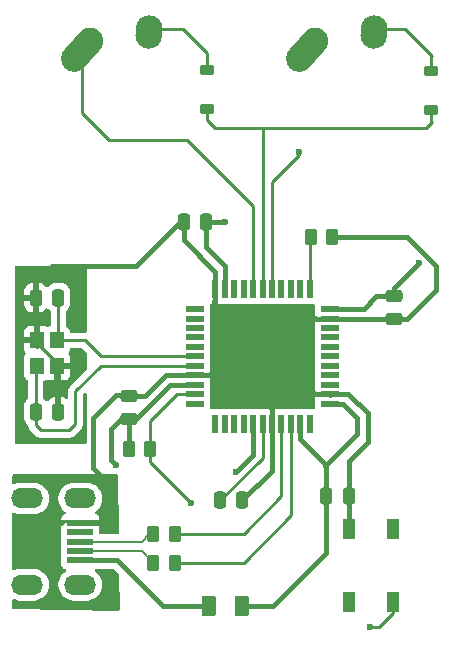
<source format=gbl>
G04 #@! TF.GenerationSoftware,KiCad,Pcbnew,8.0.2*
G04 #@! TF.CreationDate,2024-12-03T17:22:36-08:00*
G04 #@! TF.ProjectId,keypad-pcb,6b657970-6164-42d7-9063-622e6b696361,rev?*
G04 #@! TF.SameCoordinates,Original*
G04 #@! TF.FileFunction,Copper,L2,Bot*
G04 #@! TF.FilePolarity,Positive*
%FSLAX46Y46*%
G04 Gerber Fmt 4.6, Leading zero omitted, Abs format (unit mm)*
G04 Created by KiCad (PCBNEW 8.0.2) date 2024-12-03 17:22:36*
%MOMM*%
%LPD*%
G01*
G04 APERTURE LIST*
G04 Aperture macros list*
%AMRoundRect*
0 Rectangle with rounded corners*
0 $1 Rounding radius*
0 $2 $3 $4 $5 $6 $7 $8 $9 X,Y pos of 4 corners*
0 Add a 4 corners polygon primitive as box body*
4,1,4,$2,$3,$4,$5,$6,$7,$8,$9,$2,$3,0*
0 Add four circle primitives for the rounded corners*
1,1,$1+$1,$2,$3*
1,1,$1+$1,$4,$5*
1,1,$1+$1,$6,$7*
1,1,$1+$1,$8,$9*
0 Add four rect primitives between the rounded corners*
20,1,$1+$1,$2,$3,$4,$5,0*
20,1,$1+$1,$4,$5,$6,$7,0*
20,1,$1+$1,$6,$7,$8,$9,0*
20,1,$1+$1,$8,$9,$2,$3,0*%
%AMHorizOval*
0 Thick line with rounded ends*
0 $1 width*
0 $2 $3 position (X,Y) of the first rounded end (center of the circle)*
0 $4 $5 position (X,Y) of the second rounded end (center of the circle)*
0 Add line between two ends*
20,1,$1,$2,$3,$4,$5,0*
0 Add two circle primitives to create the rounded ends*
1,1,$1,$2,$3*
1,1,$1,$4,$5*%
G04 Aperture macros list end*
G04 #@! TA.AperFunction,ComponentPad*
%ADD10HorizOval,2.250000X0.655001X0.730000X-0.655001X-0.730000X0*%
G04 #@! TD*
G04 #@! TA.AperFunction,ComponentPad*
%ADD11C,2.250000*%
G04 #@! TD*
G04 #@! TA.AperFunction,ComponentPad*
%ADD12HorizOval,2.250000X0.020000X0.290000X-0.020000X-0.290000X0*%
G04 #@! TD*
G04 #@! TA.AperFunction,SMDPad,CuDef*
%ADD13RoundRect,0.225000X0.375000X-0.225000X0.375000X0.225000X-0.375000X0.225000X-0.375000X-0.225000X0*%
G04 #@! TD*
G04 #@! TA.AperFunction,SMDPad,CuDef*
%ADD14RoundRect,0.250000X-0.475000X0.250000X-0.475000X-0.250000X0.475000X-0.250000X0.475000X0.250000X0*%
G04 #@! TD*
G04 #@! TA.AperFunction,SMDPad,CuDef*
%ADD15RoundRect,0.250000X-0.375000X-0.625000X0.375000X-0.625000X0.375000X0.625000X-0.375000X0.625000X0*%
G04 #@! TD*
G04 #@! TA.AperFunction,SMDPad,CuDef*
%ADD16RoundRect,0.250000X-0.262500X-0.450000X0.262500X-0.450000X0.262500X0.450000X-0.262500X0.450000X0*%
G04 #@! TD*
G04 #@! TA.AperFunction,SMDPad,CuDef*
%ADD17RoundRect,0.250000X0.250000X0.475000X-0.250000X0.475000X-0.250000X-0.475000X0.250000X-0.475000X0*%
G04 #@! TD*
G04 #@! TA.AperFunction,SMDPad,CuDef*
%ADD18RoundRect,0.250000X-0.250000X-0.475000X0.250000X-0.475000X0.250000X0.475000X-0.250000X0.475000X0*%
G04 #@! TD*
G04 #@! TA.AperFunction,SMDPad,CuDef*
%ADD19RoundRect,0.250000X0.262500X0.450000X-0.262500X0.450000X-0.262500X-0.450000X0.262500X-0.450000X0*%
G04 #@! TD*
G04 #@! TA.AperFunction,SMDPad,CuDef*
%ADD20R,0.550000X1.500000*%
G04 #@! TD*
G04 #@! TA.AperFunction,SMDPad,CuDef*
%ADD21R,1.500000X0.550000*%
G04 #@! TD*
G04 #@! TA.AperFunction,SMDPad,CuDef*
%ADD22R,1.200000X1.400000*%
G04 #@! TD*
G04 #@! TA.AperFunction,SMDPad,CuDef*
%ADD23R,2.250000X0.500000*%
G04 #@! TD*
G04 #@! TA.AperFunction,ComponentPad*
%ADD24O,2.700000X1.700000*%
G04 #@! TD*
G04 #@! TA.AperFunction,SMDPad,CuDef*
%ADD25R,1.100000X1.800000*%
G04 #@! TD*
G04 #@! TA.AperFunction,SMDPad,CuDef*
%ADD26RoundRect,0.250000X0.475000X-0.250000X0.475000X0.250000X-0.475000X0.250000X-0.475000X-0.250000X0*%
G04 #@! TD*
G04 #@! TA.AperFunction,ViaPad*
%ADD27C,0.600000*%
G04 #@! TD*
G04 #@! TA.AperFunction,Conductor*
%ADD28C,0.381000*%
G04 #@! TD*
G04 #@! TA.AperFunction,Conductor*
%ADD29C,0.254000*%
G04 #@! TD*
G04 #@! TA.AperFunction,Conductor*
%ADD30C,0.200000*%
G04 #@! TD*
G04 APERTURE END LIST*
D10*
X64162884Y-44992198D03*
D11*
X64817883Y-44262198D03*
D12*
X69837883Y-43472198D03*
D11*
X69857883Y-43182198D03*
D10*
X83205001Y-44990000D03*
D11*
X83860000Y-44260000D03*
D12*
X88880000Y-43470000D03*
D11*
X88900000Y-43180000D03*
D13*
X93756584Y-50068115D03*
X93756584Y-46768115D03*
D14*
X90551000Y-65852000D03*
X90551000Y-67752000D03*
D15*
X74927000Y-92075000D03*
X77727000Y-92075000D03*
D16*
X83542500Y-60833000D03*
X85367500Y-60833000D03*
D17*
X74710000Y-59539000D03*
X72810000Y-59539000D03*
D16*
X70207500Y-88392000D03*
X72032500Y-88392000D03*
D18*
X60261000Y-65978000D03*
X62161000Y-65978000D03*
X75843000Y-83123000D03*
X77743000Y-83123000D03*
D19*
X69958500Y-78805000D03*
X68133500Y-78805000D03*
D20*
X83460000Y-76631000D03*
X82660000Y-76631000D03*
X81860000Y-76631000D03*
X81060000Y-76631000D03*
X80260000Y-76631000D03*
X79460000Y-76631000D03*
X78660000Y-76631000D03*
X77860000Y-76631000D03*
X77060000Y-76631000D03*
X76260000Y-76631000D03*
X75460000Y-76631000D03*
D21*
X73760000Y-74931000D03*
X73760000Y-74131000D03*
X73760000Y-73331000D03*
X73760000Y-72531000D03*
X73760000Y-71731000D03*
X73760000Y-70931000D03*
X73760000Y-70131000D03*
X73760000Y-69331000D03*
X73760000Y-68531000D03*
X73760000Y-67731000D03*
X73760000Y-66931000D03*
D20*
X75460000Y-65231000D03*
X76260000Y-65231000D03*
X77060000Y-65231000D03*
X77860000Y-65231000D03*
X78660000Y-65231000D03*
X79460000Y-65231000D03*
X80260000Y-65231000D03*
X81060000Y-65231000D03*
X81860000Y-65231000D03*
X82660000Y-65231000D03*
X83460000Y-65231000D03*
D21*
X85160000Y-66931000D03*
X85160000Y-67731000D03*
X85160000Y-68531000D03*
X85160000Y-69331000D03*
X85160000Y-70131000D03*
X85160000Y-70931000D03*
X85160000Y-71731000D03*
X85160000Y-72531000D03*
X85160000Y-73331000D03*
X85160000Y-74131000D03*
X85160000Y-74931000D03*
D13*
X74776000Y-49968479D03*
X74776000Y-46668479D03*
D22*
X62061000Y-69577000D03*
X62061000Y-71777000D03*
X60361000Y-71777000D03*
X60361000Y-69577000D03*
D19*
X70207500Y-85979000D03*
X72032500Y-85979000D03*
D18*
X84860000Y-82742000D03*
X86760000Y-82742000D03*
D23*
X64021000Y-85014000D03*
X64021000Y-85814000D03*
X64021000Y-86614000D03*
X64021000Y-87414000D03*
X64021000Y-88214000D03*
D24*
X59521000Y-82964000D03*
X59521000Y-90264000D03*
X64021000Y-82964000D03*
X64021000Y-90264000D03*
D17*
X62161000Y-75630000D03*
X60261000Y-75630000D03*
D25*
X86796000Y-85546000D03*
X90496000Y-91746000D03*
X90496000Y-85546000D03*
X86796000Y-91746000D03*
D26*
X68157000Y-76199000D03*
X68157000Y-74299000D03*
D27*
X77216000Y-80748000D03*
X67040500Y-80101500D03*
X76300000Y-59539000D03*
X92710000Y-62992000D03*
X84860000Y-80136000D03*
X82550000Y-53594000D03*
X73406000Y-83312000D03*
X88519000Y-93853000D03*
D28*
X86760000Y-85510000D02*
X86796000Y-85546000D01*
X86760000Y-82742000D02*
X86760000Y-85510000D01*
X80340000Y-92075000D02*
X77727000Y-92075000D01*
X84860000Y-87555000D02*
X80340000Y-92075000D01*
X84860000Y-82742000D02*
X84860000Y-87555000D01*
X67129000Y-88214000D02*
X64021000Y-88214000D01*
X70990000Y-92075000D02*
X67129000Y-88214000D01*
X74927000Y-92075000D02*
X70990000Y-92075000D01*
D29*
X69958500Y-79864500D02*
X69958500Y-78805000D01*
X73406000Y-83312000D02*
X69958500Y-79864500D01*
D30*
X69215000Y-86614000D02*
X64021000Y-86614000D01*
X69850000Y-85979000D02*
X69215000Y-86614000D01*
X70207500Y-85979000D02*
X69850000Y-85979000D01*
X69229500Y-87414000D02*
X64021000Y-87414000D01*
X70207500Y-88392000D02*
X69229500Y-87414000D01*
D29*
X81860000Y-84383000D02*
X81860000Y-76631000D01*
X77851000Y-88392000D02*
X81860000Y-84383000D01*
X72032500Y-88392000D02*
X77851000Y-88392000D01*
X77851000Y-85979000D02*
X81060000Y-82770000D01*
X81060000Y-82770000D02*
X81060000Y-76631000D01*
X72032500Y-85979000D02*
X77851000Y-85979000D01*
D28*
X66116000Y-85014000D02*
X64021000Y-85014000D01*
X66802000Y-82042000D02*
X66802000Y-84328000D01*
X65109000Y-80349000D02*
X66802000Y-82042000D01*
X67014000Y-74233000D02*
X65109000Y-76138000D01*
X67838342Y-74233000D02*
X67014000Y-74233000D01*
X66802000Y-84328000D02*
X66116000Y-85014000D01*
X67904342Y-74299000D02*
X67838342Y-74233000D01*
X68157000Y-74299000D02*
X67904342Y-74299000D01*
X65109000Y-76138000D02*
X65109000Y-80349000D01*
D29*
X90496000Y-92638000D02*
X90496000Y-91746000D01*
X89281000Y-93853000D02*
X90496000Y-92638000D01*
X88519000Y-93853000D02*
X89281000Y-93853000D01*
D28*
X86796000Y-85546000D02*
X86760000Y-85582000D01*
X78660000Y-79304000D02*
X77216000Y-80748000D01*
X78660000Y-76631000D02*
X78660000Y-79304000D01*
X72490000Y-59539000D02*
X72810000Y-59539000D01*
X86674000Y-74131000D02*
X86699000Y-74106000D01*
X71256000Y-72531000D02*
X73760000Y-72531000D01*
X60261000Y-65978000D02*
X60261000Y-64642000D01*
D29*
X60361000Y-69827000D02*
X62061000Y-71527000D01*
D28*
X86699000Y-74106000D02*
X88350000Y-75757000D01*
X80260000Y-73852000D02*
X80260000Y-74131000D01*
X79460000Y-70931000D02*
X80260000Y-71731000D01*
X88350000Y-78170000D02*
X86760000Y-79760000D01*
X75460000Y-66931000D02*
X75460000Y-65231000D01*
X72810000Y-59539000D02*
X72810000Y-61101000D01*
X62161000Y-75630000D02*
X62161000Y-71877000D01*
X60361000Y-69958000D02*
X60361000Y-70077000D01*
X61592000Y-63311000D02*
X68718000Y-63311000D01*
X82660000Y-67731000D02*
X85160000Y-67731000D01*
X60261000Y-64642000D02*
X61592000Y-63311000D01*
X80260000Y-74131000D02*
X85160000Y-74131000D01*
X68157000Y-74299000D02*
X69488000Y-74299000D01*
X85160000Y-74131000D02*
X86674000Y-74131000D01*
X77860000Y-72531000D02*
X79460000Y-70931000D01*
X60361000Y-69577000D02*
X60361000Y-69958000D01*
X79460000Y-70931000D02*
X82660000Y-67731000D01*
X79460000Y-70931000D02*
X75460000Y-66931000D01*
X60261000Y-69858000D02*
X60361000Y-69958000D01*
X91654000Y-67731000D02*
X85160000Y-67731000D01*
X94107000Y-65278000D02*
X91654000Y-67731000D01*
X80260000Y-80606000D02*
X80260000Y-76631000D01*
X94107000Y-63246000D02*
X94107000Y-65278000D01*
X85201000Y-74172000D02*
X85160000Y-74131000D01*
X62161000Y-71877000D02*
X62061000Y-71777000D01*
X75460000Y-63751000D02*
X75460000Y-65231000D01*
X80260000Y-73852000D02*
X80260000Y-76631000D01*
X80260000Y-71731000D02*
X80260000Y-73852000D01*
X60261000Y-65978000D02*
X60261000Y-69477000D01*
X91694000Y-60833000D02*
X94107000Y-63246000D01*
X68718000Y-63311000D02*
X72490000Y-59539000D01*
X77743000Y-83123000D02*
X80260000Y-80606000D01*
X60361000Y-69577000D02*
X60361000Y-69827000D01*
X60261000Y-69477000D02*
X60361000Y-69577000D01*
X85367500Y-60833000D02*
X91694000Y-60833000D01*
X86760000Y-79760000D02*
X86760000Y-82742000D01*
X62061000Y-71527000D02*
X62061000Y-71777000D01*
X73760000Y-72531000D02*
X77860000Y-72531000D01*
X69488000Y-74299000D02*
X71256000Y-72531000D01*
X88350000Y-75757000D02*
X88350000Y-78170000D01*
X72810000Y-61101000D02*
X75460000Y-63751000D01*
D29*
X79460000Y-76631000D02*
X79460000Y-79506000D01*
X79460000Y-79506000D02*
X75843000Y-83123000D01*
D28*
X76260000Y-65231000D02*
X76260000Y-63309000D01*
X84860000Y-80141000D02*
X84860000Y-80136000D01*
X76260000Y-63309000D02*
X74649000Y-61698000D01*
X84860000Y-80136000D02*
X87461000Y-77535000D01*
X76300000Y-59539000D02*
X74710000Y-59539000D01*
X71599000Y-73331000D02*
X73760000Y-73331000D01*
X66648000Y-77065000D02*
X67514000Y-76199000D01*
X89088000Y-65852000D02*
X88009000Y-66931000D01*
X68731000Y-76199000D02*
X71599000Y-73331000D01*
X87461000Y-76138000D02*
X86254000Y-74931000D01*
X92710000Y-62992000D02*
X90551000Y-65151000D01*
X90551000Y-65151000D02*
X90551000Y-65852000D01*
X67040500Y-80101500D02*
X66648000Y-79709000D01*
X74649000Y-59600000D02*
X74710000Y-59539000D01*
X67514000Y-76199000D02*
X68157000Y-76199000D01*
X90551000Y-65852000D02*
X89088000Y-65852000D01*
X68157000Y-76199000D02*
X68731000Y-76199000D01*
X68157000Y-76199000D02*
X68157000Y-78781500D01*
X86254000Y-74931000D02*
X85160000Y-74931000D01*
X87461000Y-77535000D02*
X87461000Y-76138000D01*
X82660000Y-77941000D02*
X82660000Y-76631000D01*
X88009000Y-66931000D02*
X85160000Y-66931000D01*
X74649000Y-61698000D02*
X74649000Y-59600000D01*
X84860000Y-80141000D02*
X82660000Y-77941000D01*
X66648000Y-79709000D02*
X66648000Y-77065000D01*
X68157000Y-78781500D02*
X68133500Y-78805000D01*
X84860000Y-82742000D02*
X84860000Y-80141000D01*
D29*
X73760000Y-70931000D02*
X65783000Y-70931000D01*
X62161000Y-69858000D02*
X62061000Y-69958000D01*
X62161000Y-69477000D02*
X62061000Y-69577000D01*
X65783000Y-70931000D02*
X64429000Y-69577000D01*
X62161000Y-65978000D02*
X62161000Y-69477000D01*
X64429000Y-69577000D02*
X62061000Y-69577000D01*
X93806057Y-51054000D02*
X93756584Y-51004527D01*
X79460000Y-65231000D02*
X79460000Y-51604000D01*
X79460000Y-51604000D02*
X79502000Y-51562000D01*
X93756584Y-51004527D02*
X93756584Y-50068115D01*
X74776000Y-49968479D02*
X74776000Y-50946943D01*
X75391057Y-51562000D02*
X78613000Y-51562000D01*
X79502000Y-51562000D02*
X93298057Y-51562000D01*
X78613000Y-51562000D02*
X79502000Y-51562000D01*
X93298057Y-51562000D02*
X93806057Y-51054000D01*
X74776000Y-50946943D02*
X75391057Y-51562000D01*
X74776000Y-45231943D02*
X72726255Y-43182198D01*
X72726255Y-43182198D02*
X69429940Y-43182198D01*
X74776000Y-46668479D02*
X74776000Y-45231943D01*
X91520057Y-43180000D02*
X88472057Y-43180000D01*
X93756584Y-45515473D02*
X93806057Y-45466000D01*
X93756584Y-46768115D02*
X93756584Y-45515473D01*
X93806057Y-45466000D02*
X91520057Y-43180000D01*
X66421000Y-52578000D02*
X64135000Y-50292000D01*
X78660000Y-58213000D02*
X73025000Y-52578000D01*
X73025000Y-52578000D02*
X66421000Y-52578000D01*
X78660000Y-65231000D02*
X78660000Y-58213000D01*
X64135000Y-50292000D02*
X64135000Y-46349315D01*
X64135000Y-46349315D02*
X63507883Y-45722198D01*
X82550000Y-53594000D02*
X82550000Y-53848000D01*
X80260000Y-56138000D02*
X80260000Y-65231000D01*
X82550000Y-53848000D02*
X80260000Y-56138000D01*
X83500500Y-65190500D02*
X83460000Y-65231000D01*
X83542500Y-60833000D02*
X83500500Y-60875000D01*
X83500500Y-60875000D02*
X83500500Y-65190500D01*
X69958500Y-76368500D02*
X69958500Y-78805000D01*
X73760000Y-74131000D02*
X72196000Y-74131000D01*
X72196000Y-74131000D02*
X69958500Y-76368500D01*
X60261000Y-75630000D02*
X60261000Y-76774000D01*
X65759000Y-71731000D02*
X73760000Y-71731000D01*
X63600000Y-73890000D02*
X65759000Y-71731000D01*
X60261000Y-76774000D02*
X60679000Y-77192000D01*
X63600000Y-76684000D02*
X63600000Y-73890000D01*
X60679000Y-77192000D02*
X63092000Y-77192000D01*
X63092000Y-77192000D02*
X63600000Y-76684000D01*
X60261000Y-72258000D02*
X60361000Y-72158000D01*
X60261000Y-75630000D02*
X60261000Y-71877000D01*
X60261000Y-71877000D02*
X60361000Y-71777000D01*
G04 #@! TA.AperFunction,Conductor*
G36*
X64496250Y-63264778D02*
G01*
X64542005Y-63317582D01*
X64553211Y-63369093D01*
X64553211Y-68825500D01*
X64533526Y-68892539D01*
X64480722Y-68938294D01*
X64429211Y-68949500D01*
X63285483Y-68949500D01*
X63218444Y-68929815D01*
X63172689Y-68877011D01*
X63161661Y-68832138D01*
X63161500Y-68829137D01*
X63155091Y-68769516D01*
X63104797Y-68634671D01*
X63104793Y-68634664D01*
X63018547Y-68519455D01*
X63018544Y-68519452D01*
X62903334Y-68433205D01*
X62869164Y-68420460D01*
X62813231Y-68378587D01*
X62788816Y-68313122D01*
X62788500Y-68304279D01*
X62788500Y-67171143D01*
X62808185Y-67104104D01*
X62847401Y-67065606D01*
X62879656Y-67045712D01*
X63003712Y-66921656D01*
X63095814Y-66772334D01*
X63150999Y-66605797D01*
X63161500Y-66503009D01*
X63161499Y-65452992D01*
X63150999Y-65350203D01*
X63095814Y-65183666D01*
X63003712Y-65034344D01*
X62879656Y-64910288D01*
X62730334Y-64818186D01*
X62563797Y-64763001D01*
X62563795Y-64763000D01*
X62461010Y-64752500D01*
X61860998Y-64752500D01*
X61860980Y-64752501D01*
X61758203Y-64763000D01*
X61758200Y-64763001D01*
X61591668Y-64818185D01*
X61591663Y-64818187D01*
X61442342Y-64910289D01*
X61318288Y-65034343D01*
X61318283Y-65034349D01*
X61316241Y-65037661D01*
X61314247Y-65039453D01*
X61313807Y-65040011D01*
X61313711Y-65039935D01*
X61264291Y-65084383D01*
X61195328Y-65095602D01*
X61131247Y-65067755D01*
X61105168Y-65037656D01*
X61103319Y-65034659D01*
X61103316Y-65034655D01*
X60979345Y-64910684D01*
X60830124Y-64818643D01*
X60830119Y-64818641D01*
X60663697Y-64763494D01*
X60663690Y-64763493D01*
X60560986Y-64753000D01*
X60511000Y-64753000D01*
X60511000Y-67202999D01*
X60560972Y-67202999D01*
X60560986Y-67202998D01*
X60663697Y-67192505D01*
X60830119Y-67137358D01*
X60830124Y-67137356D01*
X60979345Y-67045315D01*
X61103318Y-66921342D01*
X61105165Y-66918348D01*
X61106969Y-66916724D01*
X61107798Y-66915677D01*
X61107976Y-66915818D01*
X61157110Y-66871621D01*
X61226073Y-66860396D01*
X61290156Y-66888236D01*
X61316243Y-66918341D01*
X61318288Y-66921656D01*
X61442344Y-67045712D01*
X61474597Y-67065606D01*
X61521321Y-67117551D01*
X61533500Y-67171143D01*
X61533500Y-68252517D01*
X61513815Y-68319556D01*
X61461011Y-68365311D01*
X61416138Y-68376339D01*
X61413137Y-68376499D01*
X61353515Y-68382909D01*
X61253617Y-68420168D01*
X61183926Y-68425152D01*
X61166952Y-68420168D01*
X61068380Y-68383403D01*
X61068372Y-68383401D01*
X61008844Y-68377000D01*
X60611000Y-68377000D01*
X60611000Y-69703000D01*
X60591315Y-69770039D01*
X60538511Y-69815794D01*
X60487000Y-69827000D01*
X59261000Y-69827000D01*
X59261000Y-70324844D01*
X59267401Y-70384372D01*
X59267403Y-70384379D01*
X59317645Y-70519086D01*
X59317646Y-70519088D01*
X59379918Y-70602272D01*
X59404335Y-70667736D01*
X59389484Y-70736009D01*
X59379918Y-70750894D01*
X59317204Y-70834669D01*
X59317202Y-70834671D01*
X59266908Y-70969517D01*
X59260501Y-71029116D01*
X59260500Y-71029135D01*
X59260500Y-72524870D01*
X59260501Y-72524876D01*
X59266908Y-72584483D01*
X59317202Y-72719328D01*
X59317206Y-72719335D01*
X59403452Y-72834544D01*
X59403455Y-72834547D01*
X59518664Y-72920793D01*
X59518669Y-72920796D01*
X59552832Y-72933538D01*
X59608766Y-72975408D01*
X59633184Y-73040871D01*
X59633500Y-73049720D01*
X59633500Y-74436855D01*
X59613815Y-74503894D01*
X59574598Y-74542393D01*
X59542344Y-74562287D01*
X59418289Y-74686342D01*
X59326187Y-74835663D01*
X59326186Y-74835666D01*
X59271001Y-75002203D01*
X59271001Y-75002204D01*
X59271000Y-75002204D01*
X59260500Y-75104983D01*
X59260500Y-76155001D01*
X59260501Y-76155019D01*
X59271000Y-76257796D01*
X59271001Y-76257799D01*
X59326102Y-76424081D01*
X59326186Y-76424334D01*
X59418288Y-76573656D01*
X59542344Y-76697712D01*
X59574597Y-76717606D01*
X59621321Y-76769551D01*
X59633500Y-76823143D01*
X59633500Y-76835807D01*
X59657612Y-76957028D01*
X59657613Y-76957032D01*
X59657614Y-76957035D01*
X59679125Y-77008965D01*
X59704917Y-77071233D01*
X59771849Y-77171404D01*
X59771852Y-77171414D01*
X59771855Y-77171413D01*
X59773587Y-77174006D01*
X59773589Y-77174008D01*
X60191589Y-77592008D01*
X60278992Y-77679411D01*
X60278993Y-77679412D01*
X60381760Y-77748079D01*
X60381773Y-77748086D01*
X60495960Y-77795383D01*
X60495965Y-77795385D01*
X60495969Y-77795385D01*
X60495970Y-77795386D01*
X60617194Y-77819500D01*
X60617197Y-77819500D01*
X63153804Y-77819500D01*
X63153805Y-77819499D01*
X63275035Y-77795386D01*
X63355784Y-77761937D01*
X63389233Y-77748083D01*
X63492008Y-77679411D01*
X63579411Y-77592008D01*
X64087410Y-77084009D01*
X64095948Y-77071232D01*
X64156083Y-76981233D01*
X64203385Y-76867035D01*
X64212116Y-76823143D01*
X64227500Y-76745806D01*
X64227500Y-74201281D01*
X64247185Y-74134242D01*
X64263819Y-74113600D01*
X64341530Y-74035889D01*
X64402853Y-74002404D01*
X64472545Y-74007388D01*
X64528478Y-74049260D01*
X64552895Y-74114724D01*
X64553211Y-74123570D01*
X64553211Y-78234093D01*
X64533526Y-78301132D01*
X64480722Y-78346887D01*
X64429211Y-78358093D01*
X58581211Y-78358093D01*
X58514172Y-78338408D01*
X58468417Y-78285604D01*
X58457211Y-78234093D01*
X58457211Y-68829155D01*
X59261000Y-68829155D01*
X59261000Y-69327000D01*
X60111000Y-69327000D01*
X60111000Y-68377000D01*
X59713155Y-68377000D01*
X59653627Y-68383401D01*
X59653620Y-68383403D01*
X59518913Y-68433645D01*
X59518906Y-68433649D01*
X59403812Y-68519809D01*
X59403809Y-68519812D01*
X59317649Y-68634906D01*
X59317645Y-68634913D01*
X59267403Y-68769620D01*
X59267401Y-68769627D01*
X59261000Y-68829155D01*
X58457211Y-68829155D01*
X58457211Y-66502986D01*
X59261001Y-66502986D01*
X59271494Y-66605697D01*
X59326641Y-66772119D01*
X59326643Y-66772124D01*
X59418684Y-66921345D01*
X59542654Y-67045315D01*
X59691875Y-67137356D01*
X59691880Y-67137358D01*
X59858302Y-67192505D01*
X59858309Y-67192506D01*
X59961019Y-67202999D01*
X60010999Y-67202998D01*
X60011000Y-67202998D01*
X60011000Y-66228000D01*
X59261001Y-66228000D01*
X59261001Y-66502986D01*
X58457211Y-66502986D01*
X58457211Y-65453013D01*
X59261000Y-65453013D01*
X59261000Y-65728000D01*
X60011000Y-65728000D01*
X60011000Y-64753000D01*
X60010999Y-64752999D01*
X59961029Y-64753000D01*
X59961011Y-64753001D01*
X59858302Y-64763494D01*
X59691880Y-64818641D01*
X59691875Y-64818643D01*
X59542654Y-64910684D01*
X59418684Y-65034654D01*
X59326643Y-65183875D01*
X59326641Y-65183880D01*
X59271494Y-65350302D01*
X59271493Y-65350309D01*
X59261000Y-65453013D01*
X58457211Y-65453013D01*
X58457211Y-63369093D01*
X58476896Y-63302054D01*
X58529700Y-63256299D01*
X58581211Y-63245093D01*
X64429211Y-63245093D01*
X64496250Y-63264778D01*
G37*
G04 #@! TD.AperFunction*
G04 #@! TA.AperFunction,Conductor*
G36*
X64184758Y-70224185D02*
G01*
X64205400Y-70240819D01*
X64516892Y-70552311D01*
X64550377Y-70613634D01*
X64553211Y-70639992D01*
X64553211Y-71998008D01*
X64533526Y-72065047D01*
X64516892Y-72085689D01*
X63199992Y-73402589D01*
X63156289Y-73446292D01*
X63112586Y-73489994D01*
X63112585Y-73489996D01*
X63043233Y-73593789D01*
X63041586Y-73598393D01*
X62996614Y-73706964D01*
X62996612Y-73706972D01*
X62972500Y-73828192D01*
X62972500Y-74397967D01*
X62952815Y-74465006D01*
X62900011Y-74510761D01*
X62830853Y-74520705D01*
X62783404Y-74503506D01*
X62730128Y-74470645D01*
X62730119Y-74470641D01*
X62563697Y-74415494D01*
X62563690Y-74415493D01*
X62460986Y-74405000D01*
X62411000Y-74405000D01*
X62411000Y-75756000D01*
X62391315Y-75823039D01*
X62338511Y-75868794D01*
X62287000Y-75880000D01*
X62035000Y-75880000D01*
X61967961Y-75860315D01*
X61922206Y-75807511D01*
X61911000Y-75756000D01*
X61911000Y-74405000D01*
X61910999Y-74404999D01*
X61861029Y-74405000D01*
X61861011Y-74405001D01*
X61758302Y-74415494D01*
X61591880Y-74470641D01*
X61591875Y-74470643D01*
X61442654Y-74562684D01*
X61318683Y-74686655D01*
X61318679Y-74686660D01*
X61316826Y-74689665D01*
X61315018Y-74691290D01*
X61314202Y-74692323D01*
X61314025Y-74692183D01*
X61264874Y-74736385D01*
X61195911Y-74747601D01*
X61131831Y-74719752D01*
X61105753Y-74689653D01*
X61105737Y-74689628D01*
X61103712Y-74686344D01*
X60979656Y-74562288D01*
X60979655Y-74562287D01*
X60947402Y-74542393D01*
X60900678Y-74490444D01*
X60888500Y-74436855D01*
X60888500Y-73101482D01*
X60908185Y-73034443D01*
X60960989Y-72988688D01*
X61005882Y-72977659D01*
X61008871Y-72977499D01*
X61008872Y-72977499D01*
X61068483Y-72971091D01*
X61168382Y-72933830D01*
X61238072Y-72928847D01*
X61255047Y-72933831D01*
X61353620Y-72970596D01*
X61353627Y-72970598D01*
X61413155Y-72976999D01*
X61413172Y-72977000D01*
X61811000Y-72977000D01*
X62311000Y-72977000D01*
X62708828Y-72977000D01*
X62708844Y-72976999D01*
X62768372Y-72970598D01*
X62768379Y-72970596D01*
X62903086Y-72920354D01*
X62903093Y-72920350D01*
X63018187Y-72834190D01*
X63018190Y-72834187D01*
X63104350Y-72719093D01*
X63104354Y-72719086D01*
X63154596Y-72584379D01*
X63154598Y-72584372D01*
X63160999Y-72524844D01*
X63161000Y-72524827D01*
X63161000Y-72027000D01*
X62311000Y-72027000D01*
X62311000Y-72977000D01*
X61811000Y-72977000D01*
X61811000Y-71651000D01*
X61830685Y-71583961D01*
X61883489Y-71538206D01*
X61935000Y-71527000D01*
X63161000Y-71527000D01*
X63161000Y-71029172D01*
X63160999Y-71029155D01*
X63154598Y-70969627D01*
X63154596Y-70969620D01*
X63104354Y-70834913D01*
X63104352Y-70834910D01*
X63042082Y-70751727D01*
X63017665Y-70686262D01*
X63032517Y-70617989D01*
X63042083Y-70603104D01*
X63057524Y-70582478D01*
X63104796Y-70519331D01*
X63155091Y-70384483D01*
X63161500Y-70324873D01*
X63161500Y-70324868D01*
X63161663Y-70321846D01*
X63184916Y-70255960D01*
X63240099Y-70213104D01*
X63285484Y-70204500D01*
X64117719Y-70204500D01*
X64184758Y-70224185D01*
G37*
G04 #@! TD.AperFunction*
G04 #@! TA.AperFunction,Conductor*
G36*
X66984550Y-80900761D02*
G01*
X67040498Y-80907065D01*
X67040499Y-80907065D01*
X67040499Y-80907064D01*
X67040500Y-80907065D01*
X67084178Y-80902143D01*
X67152997Y-80914196D01*
X67204377Y-80961544D01*
X67222054Y-81024000D01*
X67275507Y-85888137D01*
X67256560Y-85955389D01*
X67204262Y-86001722D01*
X67151514Y-86013500D01*
X65770500Y-86013500D01*
X65703461Y-85993815D01*
X65657706Y-85941011D01*
X65646500Y-85889500D01*
X65646499Y-85516130D01*
X65646498Y-85516123D01*
X65646497Y-85516117D01*
X65640091Y-85456517D01*
X65640091Y-85456516D01*
X65638307Y-85448966D01*
X65639559Y-85448669D01*
X65635145Y-85386924D01*
X65639132Y-85373346D01*
X65639598Y-85371375D01*
X65645999Y-85311844D01*
X65646000Y-85311827D01*
X65646000Y-85264000D01*
X65608694Y-85264000D01*
X65541655Y-85244315D01*
X65509429Y-85214313D01*
X65503546Y-85206454D01*
X65503544Y-85206452D01*
X65503543Y-85206451D01*
X65388335Y-85120206D01*
X65388328Y-85120202D01*
X65253482Y-85069908D01*
X65253483Y-85069908D01*
X65193883Y-85063501D01*
X65193881Y-85063500D01*
X65193873Y-85063500D01*
X65193864Y-85063500D01*
X62848129Y-85063500D01*
X62848123Y-85063501D01*
X62788516Y-85069908D01*
X62653671Y-85120202D01*
X62653664Y-85120206D01*
X62538456Y-85206451D01*
X62538454Y-85206454D01*
X62532571Y-85214312D01*
X62476639Y-85256182D01*
X62433306Y-85264000D01*
X62396000Y-85264000D01*
X62396000Y-85311844D01*
X62402401Y-85371372D01*
X62404187Y-85378930D01*
X62402542Y-85379318D01*
X62406851Y-85439656D01*
X62401943Y-85456371D01*
X62401908Y-85456520D01*
X62395501Y-85516117D01*
X62395501Y-85516123D01*
X62395500Y-85516136D01*
X62395500Y-86111870D01*
X62395501Y-86111876D01*
X62401908Y-86171479D01*
X62403692Y-86179026D01*
X62402229Y-86179371D01*
X62406585Y-86240371D01*
X62402173Y-86255396D01*
X62401908Y-86256517D01*
X62395501Y-86316117D01*
X62395500Y-86316136D01*
X62395500Y-86911870D01*
X62395501Y-86911876D01*
X62401908Y-86971479D01*
X62403692Y-86979026D01*
X62402229Y-86979371D01*
X62406585Y-87040371D01*
X62402173Y-87055396D01*
X62401908Y-87056517D01*
X62395501Y-87116117D01*
X62395500Y-87116136D01*
X62395500Y-87711870D01*
X62395501Y-87711876D01*
X62401908Y-87771479D01*
X62403692Y-87779026D01*
X62402229Y-87779371D01*
X62406585Y-87840371D01*
X62402173Y-87855396D01*
X62401908Y-87856517D01*
X62395501Y-87916117D01*
X62395500Y-87916136D01*
X62395500Y-88511870D01*
X62395501Y-88511876D01*
X62401908Y-88571483D01*
X62452202Y-88706328D01*
X62452206Y-88706335D01*
X62538452Y-88821544D01*
X62538455Y-88821547D01*
X62653664Y-88907793D01*
X62653673Y-88907798D01*
X62698951Y-88924685D01*
X62725586Y-88934619D01*
X62781520Y-88976489D01*
X62805938Y-89041953D01*
X62791087Y-89110226D01*
X62755140Y-89151119D01*
X62641209Y-89233894D01*
X62490890Y-89384213D01*
X62365951Y-89556179D01*
X62269444Y-89745585D01*
X62203753Y-89947760D01*
X62170500Y-90157713D01*
X62170500Y-90370286D01*
X62203753Y-90580239D01*
X62269444Y-90782414D01*
X62365951Y-90971820D01*
X62490890Y-91143786D01*
X62641213Y-91294109D01*
X62813179Y-91419048D01*
X62813181Y-91419049D01*
X62813184Y-91419051D01*
X63002588Y-91515557D01*
X63204757Y-91581246D01*
X63414713Y-91614500D01*
X63414714Y-91614500D01*
X64627286Y-91614500D01*
X64627287Y-91614500D01*
X64837243Y-91581246D01*
X65039412Y-91515557D01*
X65228816Y-91419051D01*
X65281317Y-91380907D01*
X65400786Y-91294109D01*
X65400788Y-91294106D01*
X65400792Y-91294104D01*
X65551104Y-91143792D01*
X65551106Y-91143788D01*
X65551109Y-91143786D01*
X65676048Y-90971820D01*
X65676047Y-90971820D01*
X65676051Y-90971816D01*
X65772557Y-90782412D01*
X65838246Y-90580243D01*
X65871500Y-90370287D01*
X65871500Y-90157713D01*
X65838246Y-89947757D01*
X65772557Y-89745588D01*
X65676051Y-89556184D01*
X65676049Y-89556181D01*
X65676048Y-89556179D01*
X65551109Y-89384213D01*
X65400790Y-89233894D01*
X65400785Y-89233890D01*
X65286860Y-89151119D01*
X65244194Y-89095789D01*
X65238215Y-89026176D01*
X65270820Y-88964381D01*
X65316409Y-88934620D01*
X65374869Y-88912817D01*
X65418200Y-88905000D01*
X66791416Y-88905000D01*
X66858455Y-88924685D01*
X66879097Y-88941319D01*
X67278078Y-89340300D01*
X67311563Y-89401623D01*
X67314390Y-89426618D01*
X67346295Y-92329935D01*
X67327348Y-92397187D01*
X67275050Y-92443520D01*
X67220649Y-92455287D01*
X58382616Y-92337446D01*
X58315845Y-92316869D01*
X58270798Y-92263460D01*
X58260270Y-92213400D01*
X58260576Y-91594531D01*
X58280294Y-91527504D01*
X58333120Y-91481775D01*
X58402284Y-91471866D01*
X58440872Y-91484111D01*
X58502583Y-91515555D01*
X58502585Y-91515555D01*
X58502588Y-91515557D01*
X58704757Y-91581246D01*
X58914713Y-91614500D01*
X58914714Y-91614500D01*
X60127286Y-91614500D01*
X60127287Y-91614500D01*
X60337243Y-91581246D01*
X60539412Y-91515557D01*
X60728816Y-91419051D01*
X60781317Y-91380907D01*
X60900786Y-91294109D01*
X60900788Y-91294106D01*
X60900792Y-91294104D01*
X61051104Y-91143792D01*
X61051106Y-91143788D01*
X61051109Y-91143786D01*
X61176048Y-90971820D01*
X61176047Y-90971820D01*
X61176051Y-90971816D01*
X61272557Y-90782412D01*
X61338246Y-90580243D01*
X61371500Y-90370287D01*
X61371500Y-90157713D01*
X61338246Y-89947757D01*
X61272557Y-89745588D01*
X61176051Y-89556184D01*
X61176049Y-89556181D01*
X61176048Y-89556179D01*
X61051109Y-89384213D01*
X60900786Y-89233890D01*
X60728820Y-89108951D01*
X60539414Y-89012444D01*
X60539413Y-89012443D01*
X60539412Y-89012443D01*
X60337243Y-88946754D01*
X60337241Y-88946753D01*
X60337240Y-88946753D01*
X60175957Y-88921208D01*
X60127287Y-88913500D01*
X58914713Y-88913500D01*
X58866042Y-88921208D01*
X58704760Y-88946753D01*
X58502582Y-89012445D01*
X58442188Y-89043217D01*
X58373519Y-89056113D01*
X58308778Y-89029836D01*
X58268522Y-88972729D01*
X58261894Y-88932675D01*
X58264191Y-84296374D01*
X58283909Y-84229346D01*
X58336735Y-84183617D01*
X58405899Y-84173708D01*
X58444487Y-84185953D01*
X58502583Y-84215555D01*
X58502585Y-84215555D01*
X58502588Y-84215557D01*
X58704757Y-84281246D01*
X58914713Y-84314500D01*
X58914714Y-84314500D01*
X60127286Y-84314500D01*
X60127287Y-84314500D01*
X60337243Y-84281246D01*
X60539412Y-84215557D01*
X60728816Y-84119051D01*
X60777703Y-84083533D01*
X60900786Y-83994109D01*
X60900788Y-83994106D01*
X60900792Y-83994104D01*
X61051104Y-83843792D01*
X61051106Y-83843788D01*
X61051109Y-83843786D01*
X61176048Y-83671820D01*
X61176047Y-83671820D01*
X61176051Y-83671816D01*
X61272557Y-83482412D01*
X61338246Y-83280243D01*
X61371500Y-83070287D01*
X61371500Y-82857713D01*
X62170500Y-82857713D01*
X62170500Y-83070286D01*
X62203753Y-83280239D01*
X62269444Y-83482414D01*
X62365951Y-83671820D01*
X62490890Y-83843786D01*
X62641209Y-83994105D01*
X62641214Y-83994109D01*
X62755623Y-84077232D01*
X62798289Y-84132562D01*
X62804268Y-84202175D01*
X62771663Y-84263970D01*
X62726072Y-84293732D01*
X62653911Y-84320646D01*
X62653906Y-84320649D01*
X62538812Y-84406809D01*
X62538809Y-84406812D01*
X62452649Y-84521906D01*
X62452645Y-84521913D01*
X62402403Y-84656620D01*
X62402401Y-84656627D01*
X62396000Y-84716155D01*
X62396000Y-84764000D01*
X65646000Y-84764000D01*
X65646000Y-84716172D01*
X65645999Y-84716155D01*
X65639598Y-84656627D01*
X65639596Y-84656620D01*
X65589354Y-84521913D01*
X65589350Y-84521906D01*
X65503190Y-84406812D01*
X65503187Y-84406809D01*
X65388093Y-84320649D01*
X65388086Y-84320645D01*
X65315928Y-84293732D01*
X65259994Y-84251861D01*
X65235577Y-84186396D01*
X65250429Y-84118123D01*
X65286374Y-84077232D01*
X65400792Y-83994104D01*
X65551104Y-83843792D01*
X65551106Y-83843788D01*
X65551109Y-83843786D01*
X65676048Y-83671820D01*
X65676047Y-83671820D01*
X65676051Y-83671816D01*
X65772557Y-83482412D01*
X65838246Y-83280243D01*
X65871500Y-83070287D01*
X65871500Y-82857713D01*
X65838246Y-82647757D01*
X65772557Y-82445588D01*
X65676051Y-82256184D01*
X65676049Y-82256181D01*
X65676048Y-82256179D01*
X65551109Y-82084213D01*
X65400786Y-81933890D01*
X65228820Y-81808951D01*
X65039414Y-81712444D01*
X65039413Y-81712443D01*
X65039412Y-81712443D01*
X64837243Y-81646754D01*
X64837241Y-81646753D01*
X64837240Y-81646753D01*
X64675957Y-81621208D01*
X64627287Y-81613500D01*
X63414713Y-81613500D01*
X63366042Y-81621208D01*
X63204760Y-81646753D01*
X63002585Y-81712444D01*
X62813179Y-81808951D01*
X62641213Y-81933890D01*
X62490890Y-82084213D01*
X62365951Y-82256179D01*
X62269444Y-82445585D01*
X62203753Y-82647760D01*
X62170500Y-82857713D01*
X61371500Y-82857713D01*
X61338246Y-82647757D01*
X61272557Y-82445588D01*
X61176051Y-82256184D01*
X61176049Y-82256181D01*
X61176048Y-82256179D01*
X61051109Y-82084213D01*
X60900786Y-81933890D01*
X60728820Y-81808951D01*
X60539414Y-81712444D01*
X60539413Y-81712443D01*
X60539412Y-81712443D01*
X60337243Y-81646754D01*
X60337241Y-81646753D01*
X60337240Y-81646753D01*
X60175957Y-81621208D01*
X60127287Y-81613500D01*
X58914713Y-81613500D01*
X58866042Y-81621208D01*
X58704760Y-81646753D01*
X58502582Y-81712445D01*
X58445805Y-81741374D01*
X58377135Y-81754270D01*
X58312395Y-81727993D01*
X58272139Y-81670886D01*
X58265511Y-81630828D01*
X58265812Y-81023920D01*
X58285530Y-80956890D01*
X58338356Y-80911161D01*
X58389812Y-80899981D01*
X66970666Y-80899981D01*
X66984550Y-80900761D01*
G37*
G04 #@! TD.AperFunction*
G04 #@! TA.AperFunction,Conductor*
G36*
X75541202Y-66223328D02*
G01*
X75541203Y-66223329D01*
X75541204Y-66223331D01*
X75584329Y-66280938D01*
X75627454Y-66338547D01*
X75660309Y-66363141D01*
X75702181Y-66419074D01*
X75710000Y-66462409D01*
X75710000Y-66481000D01*
X75782828Y-66481000D01*
X75782839Y-66480999D01*
X75844395Y-66474380D01*
X75870909Y-66474380D01*
X75877514Y-66475090D01*
X75877517Y-66475091D01*
X75937127Y-66481500D01*
X76582872Y-66481499D01*
X76642483Y-66475091D01*
X76642486Y-66475089D01*
X76646744Y-66474632D01*
X76673254Y-66474632D01*
X76677514Y-66475089D01*
X76677517Y-66475091D01*
X76737127Y-66481500D01*
X77382872Y-66481499D01*
X77442483Y-66475091D01*
X77442486Y-66475089D01*
X77446744Y-66474632D01*
X77473254Y-66474632D01*
X77477514Y-66475089D01*
X77477517Y-66475091D01*
X77537127Y-66481500D01*
X78182872Y-66481499D01*
X78242483Y-66475091D01*
X78242486Y-66475089D01*
X78246744Y-66474632D01*
X78273254Y-66474632D01*
X78277514Y-66475089D01*
X78277517Y-66475091D01*
X78337127Y-66481500D01*
X78982872Y-66481499D01*
X79042483Y-66475091D01*
X79042486Y-66475089D01*
X79046744Y-66474632D01*
X79073254Y-66474632D01*
X79077514Y-66475089D01*
X79077517Y-66475091D01*
X79137127Y-66481500D01*
X79782872Y-66481499D01*
X79842483Y-66475091D01*
X79842486Y-66475089D01*
X79846744Y-66474632D01*
X79873254Y-66474632D01*
X79877514Y-66475089D01*
X79877517Y-66475091D01*
X79937127Y-66481500D01*
X80582872Y-66481499D01*
X80642483Y-66475091D01*
X80642486Y-66475089D01*
X80646744Y-66474632D01*
X80673254Y-66474632D01*
X80677514Y-66475089D01*
X80677517Y-66475091D01*
X80737127Y-66481500D01*
X81382872Y-66481499D01*
X81442483Y-66475091D01*
X81442486Y-66475089D01*
X81446744Y-66474632D01*
X81473254Y-66474632D01*
X81477514Y-66475089D01*
X81477517Y-66475091D01*
X81537127Y-66481500D01*
X82182872Y-66481499D01*
X82242483Y-66475091D01*
X82242486Y-66475089D01*
X82246744Y-66474632D01*
X82273254Y-66474632D01*
X82277514Y-66475089D01*
X82277517Y-66475091D01*
X82337127Y-66481500D01*
X82982872Y-66481499D01*
X83042483Y-66475091D01*
X83042486Y-66475089D01*
X83046744Y-66474632D01*
X83073254Y-66474632D01*
X83077514Y-66475089D01*
X83077517Y-66475091D01*
X83137127Y-66481500D01*
X83782872Y-66481499D01*
X83785500Y-66481499D01*
X83852539Y-66501183D01*
X83898294Y-66553987D01*
X83909500Y-66605499D01*
X83909500Y-67253870D01*
X83909501Y-67253876D01*
X83916619Y-67320092D01*
X83916619Y-67346599D01*
X83910000Y-67408169D01*
X83910000Y-67481000D01*
X83928591Y-67481000D01*
X83995630Y-67500685D01*
X84027855Y-67530686D01*
X84052454Y-67563546D01*
X84052455Y-67563546D01*
X84052456Y-67563548D01*
X84143540Y-67631734D01*
X84185411Y-67687668D01*
X84190395Y-67757359D01*
X84156909Y-67818682D01*
X84143540Y-67830266D01*
X84052456Y-67898451D01*
X84052454Y-67898454D01*
X84027856Y-67931312D01*
X83971924Y-67973182D01*
X83928591Y-67981000D01*
X83910000Y-67981000D01*
X83910000Y-68053844D01*
X83916619Y-68115398D01*
X83916620Y-68141909D01*
X83915909Y-68148514D01*
X83915909Y-68148517D01*
X83909500Y-68208127D01*
X83909500Y-68208134D01*
X83909500Y-68208135D01*
X83909500Y-68853870D01*
X83909501Y-68853879D01*
X83916367Y-68917751D01*
X83916367Y-68944257D01*
X83915909Y-68948516D01*
X83915909Y-68948517D01*
X83909500Y-69008127D01*
X83909500Y-69008129D01*
X83909500Y-69008133D01*
X83909500Y-69653870D01*
X83909501Y-69653879D01*
X83916367Y-69717751D01*
X83916367Y-69744257D01*
X83915909Y-69748516D01*
X83915909Y-69748517D01*
X83909500Y-69808127D01*
X83909500Y-69808129D01*
X83909500Y-69808133D01*
X83909500Y-70453870D01*
X83909501Y-70453879D01*
X83916367Y-70517751D01*
X83916367Y-70544257D01*
X83915909Y-70548516D01*
X83915909Y-70548517D01*
X83909500Y-70608127D01*
X83909500Y-70608129D01*
X83909500Y-70608133D01*
X83909500Y-71253870D01*
X83909501Y-71253879D01*
X83916367Y-71317751D01*
X83916367Y-71344257D01*
X83915909Y-71348516D01*
X83915909Y-71348517D01*
X83909500Y-71408127D01*
X83909500Y-71408129D01*
X83909500Y-71408133D01*
X83909500Y-72053870D01*
X83909501Y-72053879D01*
X83916367Y-72117751D01*
X83916367Y-72144257D01*
X83915909Y-72148516D01*
X83915909Y-72148517D01*
X83909500Y-72208127D01*
X83909500Y-72208132D01*
X83909500Y-72208133D01*
X83909500Y-72853870D01*
X83909501Y-72853879D01*
X83916367Y-72917751D01*
X83916367Y-72944257D01*
X83915909Y-72948516D01*
X83915909Y-72948517D01*
X83909500Y-73008127D01*
X83909500Y-73008129D01*
X83909500Y-73008133D01*
X83909500Y-73653870D01*
X83909501Y-73653876D01*
X83916619Y-73720092D01*
X83916619Y-73746599D01*
X83910000Y-73808169D01*
X83910000Y-73881000D01*
X83928591Y-73881000D01*
X83995630Y-73900685D01*
X84027855Y-73930686D01*
X84052454Y-73963546D01*
X84052455Y-73963546D01*
X84052456Y-73963548D01*
X84143540Y-74031734D01*
X84185411Y-74087668D01*
X84190395Y-74157359D01*
X84156909Y-74218682D01*
X84143540Y-74230266D01*
X84052456Y-74298451D01*
X84052454Y-74298454D01*
X84027856Y-74331312D01*
X83971924Y-74373182D01*
X83928591Y-74381000D01*
X83910000Y-74381000D01*
X83910000Y-74453844D01*
X83916619Y-74515398D01*
X83916620Y-74541909D01*
X83915909Y-74548514D01*
X83915909Y-74548517D01*
X83909500Y-74608127D01*
X83909500Y-74608134D01*
X83909500Y-74608135D01*
X83909500Y-75256500D01*
X83889815Y-75323539D01*
X83837011Y-75369294D01*
X83785500Y-75380500D01*
X83137129Y-75380500D01*
X83137120Y-75380501D01*
X83073248Y-75387367D01*
X83046742Y-75387367D01*
X83042483Y-75386909D01*
X82982873Y-75380500D01*
X82982864Y-75380500D01*
X82337129Y-75380500D01*
X82337120Y-75380501D01*
X82273248Y-75387367D01*
X82246742Y-75387367D01*
X82242483Y-75386909D01*
X82182873Y-75380500D01*
X82182864Y-75380500D01*
X81537129Y-75380500D01*
X81537120Y-75380501D01*
X81473248Y-75387367D01*
X81446742Y-75387367D01*
X81442483Y-75386909D01*
X81382873Y-75380500D01*
X81382864Y-75380500D01*
X80737129Y-75380500D01*
X80737125Y-75380501D01*
X80689160Y-75385657D01*
X80677517Y-75386909D01*
X80677516Y-75386909D01*
X80670904Y-75387620D01*
X80644393Y-75387619D01*
X80582842Y-75381000D01*
X80510000Y-75381000D01*
X80510000Y-75399590D01*
X80490315Y-75466629D01*
X80460313Y-75498856D01*
X80427451Y-75523456D01*
X80359266Y-75614540D01*
X80303332Y-75656411D01*
X80233641Y-75661395D01*
X80172318Y-75627909D01*
X80160734Y-75614540D01*
X80092548Y-75523456D01*
X80092546Y-75523455D01*
X80092546Y-75523454D01*
X80059686Y-75498855D01*
X80017817Y-75442921D01*
X80010000Y-75399590D01*
X80010000Y-75381000D01*
X79937166Y-75381000D01*
X79875595Y-75387619D01*
X79849088Y-75387619D01*
X79839818Y-75386622D01*
X79782873Y-75380500D01*
X79782865Y-75380500D01*
X79137129Y-75380500D01*
X79137120Y-75380501D01*
X79073248Y-75387367D01*
X79046742Y-75387367D01*
X79042483Y-75386909D01*
X78982873Y-75380500D01*
X78982864Y-75380500D01*
X78337129Y-75380500D01*
X78337120Y-75380501D01*
X78273248Y-75387367D01*
X78246742Y-75387367D01*
X78242483Y-75386909D01*
X78182873Y-75380500D01*
X78182864Y-75380500D01*
X77537129Y-75380500D01*
X77537120Y-75380501D01*
X77473248Y-75387367D01*
X77446742Y-75387367D01*
X77442483Y-75386909D01*
X77382873Y-75380500D01*
X77382864Y-75380500D01*
X76737129Y-75380500D01*
X76737120Y-75380501D01*
X76673248Y-75387367D01*
X76646742Y-75387367D01*
X76642483Y-75386909D01*
X76582873Y-75380500D01*
X76582864Y-75380500D01*
X75937129Y-75380500D01*
X75937120Y-75380501D01*
X75873248Y-75387367D01*
X75846742Y-75387367D01*
X75842483Y-75386909D01*
X75782873Y-75380500D01*
X75782866Y-75380500D01*
X75134499Y-75380500D01*
X75067460Y-75360815D01*
X75021705Y-75308011D01*
X75010499Y-75256500D01*
X75010499Y-75253882D01*
X75010500Y-75253873D01*
X75010499Y-74608128D01*
X75004091Y-74548517D01*
X75004089Y-74548513D01*
X75003632Y-74544255D01*
X75003632Y-74517745D01*
X75004089Y-74513486D01*
X75004091Y-74513483D01*
X75010500Y-74453873D01*
X75010499Y-73808128D01*
X75004091Y-73748517D01*
X75004089Y-73748513D01*
X75003632Y-73744255D01*
X75003632Y-73717745D01*
X75004089Y-73713486D01*
X75004091Y-73713483D01*
X75010500Y-73653873D01*
X75010499Y-73008128D01*
X75004091Y-72948517D01*
X75004090Y-72948516D01*
X75003380Y-72941904D01*
X75003381Y-72915393D01*
X75009999Y-72853842D01*
X75010000Y-72853827D01*
X75010000Y-72781000D01*
X74991409Y-72781000D01*
X74924370Y-72761315D01*
X74892144Y-72731313D01*
X74867546Y-72698454D01*
X74776457Y-72630265D01*
X74734588Y-72574333D01*
X74729604Y-72504641D01*
X74763089Y-72443318D01*
X74776452Y-72431738D01*
X74867546Y-72363546D01*
X74892143Y-72330687D01*
X74948076Y-72288818D01*
X74991409Y-72281000D01*
X75010000Y-72281000D01*
X75010000Y-72208172D01*
X75009999Y-72208160D01*
X75003380Y-72146604D01*
X75003380Y-72120090D01*
X75004090Y-72113485D01*
X75004091Y-72113483D01*
X75010500Y-72053873D01*
X75010499Y-71408128D01*
X75004091Y-71348517D01*
X75004089Y-71348513D01*
X75003632Y-71344255D01*
X75003632Y-71317745D01*
X75004089Y-71313486D01*
X75004091Y-71313483D01*
X75010500Y-71253873D01*
X75010499Y-70608128D01*
X75004091Y-70548517D01*
X75004089Y-70548513D01*
X75003632Y-70544255D01*
X75003632Y-70517745D01*
X75004089Y-70513486D01*
X75004091Y-70513483D01*
X75010500Y-70453873D01*
X75010499Y-69808128D01*
X75004091Y-69748517D01*
X75004089Y-69748513D01*
X75003632Y-69744255D01*
X75003632Y-69717745D01*
X75004089Y-69713486D01*
X75004091Y-69713483D01*
X75010500Y-69653873D01*
X75010499Y-69008128D01*
X75004091Y-68948517D01*
X75004089Y-68948513D01*
X75003632Y-68944255D01*
X75003632Y-68917745D01*
X75004089Y-68913486D01*
X75004091Y-68913483D01*
X75010500Y-68853873D01*
X75010499Y-68208128D01*
X75004091Y-68148517D01*
X75004089Y-68148513D01*
X75003632Y-68144255D01*
X75003632Y-68117745D01*
X75004089Y-68113486D01*
X75004091Y-68113483D01*
X75010500Y-68053873D01*
X75010499Y-67408128D01*
X75004091Y-67348517D01*
X75004089Y-67348513D01*
X75003632Y-67344255D01*
X75003632Y-67317745D01*
X75004089Y-67313486D01*
X75004091Y-67313483D01*
X75010500Y-67253873D01*
X75010499Y-66608128D01*
X75010499Y-66608127D01*
X75010499Y-66605000D01*
X75030183Y-66537961D01*
X75082987Y-66492206D01*
X75134499Y-66481000D01*
X75210000Y-66481000D01*
X75210000Y-66167000D01*
X75520193Y-66167000D01*
X75541202Y-66223328D01*
G37*
G04 #@! TD.AperFunction*
M02*

</source>
